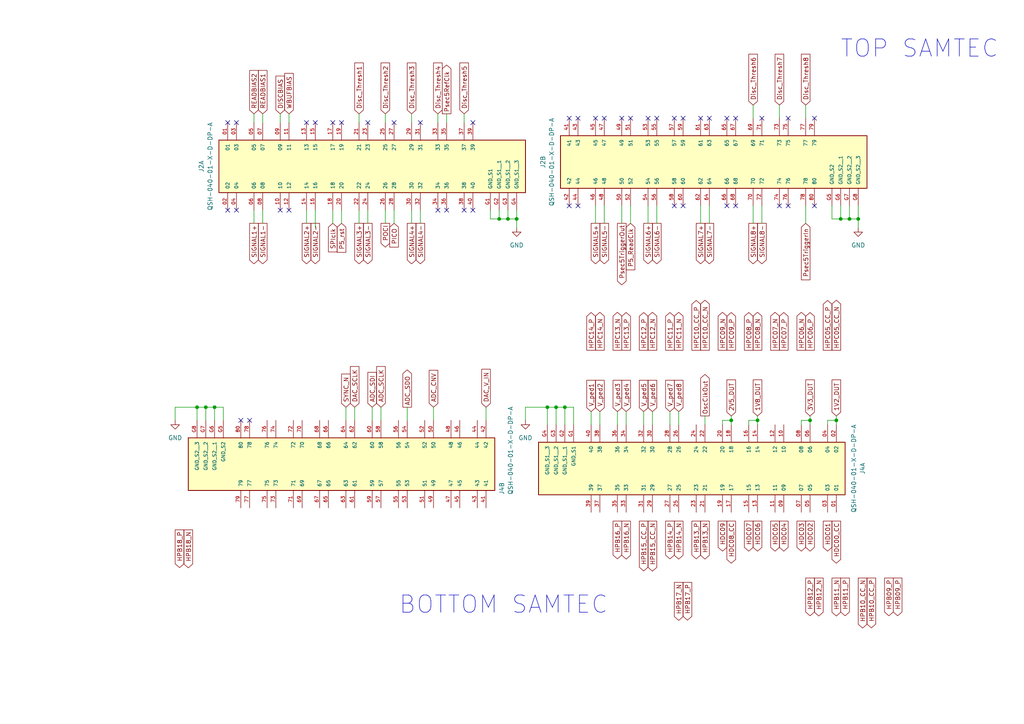
<source format=kicad_sch>
(kicad_sch (version 20231120) (generator "eeschema") (generator_version "8.0")
  (paper "A4")
  (lib_symbols
    (symbol "PSEC5_ctrlbd:QSH-040-01-X-D-DP-A" (pin_names (offset 1.016))
      (property "Reference" "J" (at -7.62 41.275 0))
      (property "Value" "QSH-040-01-X-D-DP-A" (at -11.43 -50.8 0))
      (symbol "QSH-040-01-X-D-DP-A_1_0"
        (rectangle (start -7.62 -48.26) (end 7.62 40.64) (stroke (width 0.254)) (fill (type background)))
        (pin passive line (at -12.7 38.1 0) (length 5.08) (name "01") (number "01"))
        (pin passive line (at 12.7 38.1 180) (length 5.08) (name "02") (number "02"))
        (pin passive line (at -12.7 35.56 0) (length 5.08) (name "03") (number "03"))
        (pin passive line (at 12.7 35.56 180) (length 5.08) (name "04") (number "04"))
        (pin passive line (at -12.7 30.48 0) (length 5.08) (name "05") (number "05"))
        (pin passive line (at 12.7 30.48 180) (length 5.08) (name "06") (number "06"))
        (pin passive line (at -12.7 27.94 0) (length 5.08) (name "07") (number "07"))
        (pin passive line (at 12.7 27.94 180) (length 5.08) (name "08") (number "08"))
        (pin passive line (at -12.7 22.86 0) (length 5.08) (name "09") (number "09"))
        (pin passive line (at 12.7 22.86 180) (length 5.08) (name "10") (number "10"))
        (pin passive line (at -12.7 20.32 0) (length 5.08) (name "11") (number "11"))
        (pin passive line (at 12.7 20.32 180) (length 5.08) (name "12") (number "12"))
        (pin passive line (at -12.7 15.24 0) (length 5.08) (name "13") (number "13"))
        (pin passive line (at 12.7 15.24 180) (length 5.08) (name "14") (number "14"))
        (pin passive line (at -12.7 12.7 0) (length 5.08) (name "15") (number "15"))
        (pin passive line (at 12.7 12.7 180) (length 5.08) (name "16") (number "16"))
        (pin passive line (at -12.7 7.62 0) (length 5.08) (name "17") (number "17"))
        (pin passive line (at 12.7 7.62 180) (length 5.08) (name "18") (number "18"))
        (pin passive line (at -12.7 5.08 0) (length 5.08) (name "19") (number "19"))
        (pin passive line (at 12.7 5.08 180) (length 5.08) (name "20") (number "20"))
        (pin passive line (at -12.7 0 0) (length 5.08) (name "21") (number "21"))
        (pin passive line (at 12.7 0 180) (length 5.08) (name "22") (number "22"))
        (pin passive line (at -12.7 -2.54 0) (length 5.08) (name "23") (number "23"))
        (pin passive line (at 12.7 -2.54 180) (length 5.08) (name "24") (number "24"))
        (pin passive line (at -12.7 -7.62 0) (length 5.08) (name "25") (number "25"))
        (pin passive line (at 12.7 -7.62 180) (length 5.08) (name "26") (number "26"))
        (pin passive line (at -12.7 -10.16 0) (length 5.08) (name "27") (number "27"))
        (pin passive line (at 12.7 -10.16 180) (length 5.08) (name "28") (number "28"))
        (pin passive line (at -12.7 -15.24 0) (length 5.08) (name "29") (number "29"))
        (pin passive line (at 12.7 -15.24 180) (length 5.08) (name "30") (number "30"))
        (pin passive line (at -12.7 -17.78 0) (length 5.08) (name "31") (number "31"))
        (pin passive line (at 12.7 -17.78 180) (length 5.08) (name "32") (number "32"))
        (pin passive line (at -12.7 -22.86 0) (length 5.08) (name "33") (number "33"))
        (pin passive line (at 12.7 -22.86 180) (length 5.08) (name "34") (number "34"))
        (pin passive line (at -12.7 -25.4 0) (length 5.08) (name "35") (number "35"))
        (pin passive line (at 12.7 -25.4 180) (length 5.08) (name "36") (number "36"))
        (pin passive line (at -12.7 -30.48 0) (length 5.08) (name "37") (number "37"))
        (pin passive line (at 12.7 -30.48 180) (length 5.08) (name "38") (number "38"))
        (pin passive line (at -12.7 -33.02 0) (length 5.08) (name "39") (number "39"))
        (pin passive line (at 12.7 -33.02 180) (length 5.08) (name "40") (number "40"))
        (pin power_in line (at 12.7 -38.1 180) (length 5.08) (name "GND_S1") (number "G1"))
        (pin power_in line (at 12.7 -40.64 180) (length 5.08) (name "GND_S1__1") (number "G2"))
        (pin power_in line (at 12.7 -43.18 180) (length 5.08) (name "GND_S1__2") (number "G3"))
        (pin power_in line (at 12.7 -45.72 180) (length 5.08) (name "GND_S1__3") (number "G4"))
      )
      (symbol "QSH-040-01-X-D-DP-A_2_0"
        (rectangle (start -7.62 -48.26) (end 7.62 40.64) (stroke (width 0.254)) (fill (type background)))
        (pin passive line (at -12.7 38.1 0) (length 5.08) (name "41") (number "41"))
        (pin passive line (at 12.7 38.1 180) (length 5.08) (name "42") (number "42"))
        (pin passive line (at -12.7 35.56 0) (length 5.08) (name "43") (number "43"))
        (pin passive line (at 12.7 35.56 180) (length 5.08) (name "44") (number "44"))
        (pin passive line (at -12.7 30.48 0) (length 5.08) (name "45") (number "45"))
        (pin passive line (at 12.7 30.48 180) (length 5.08) (name "46") (number "46"))
        (pin passive line (at -12.7 27.94 0) (length 5.08) (name "47") (number "47"))
        (pin passive line (at 12.7 27.94 180) (length 5.08) (name "48") (number "48"))
        (pin passive line (at -12.7 22.86 0) (length 5.08) (name "49") (number "49"))
        (pin passive line (at 12.7 22.86 180) (length 5.08) (name "50") (number "50"))
        (pin passive line (at -12.7 20.32 0) (length 5.08) (name "51") (number "51"))
        (pin passive line (at 12.7 20.32 180) (length 5.08) (name "52") (number "52"))
        (pin passive line (at -12.7 15.24 0) (length 5.08) (name "53") (number "53"))
        (pin passive line (at 12.7 15.24 180) (length 5.08) (name "54") (number "54"))
        (pin passive line (at -12.7 12.7 0) (length 5.08) (name "55") (number "55"))
        (pin passive line (at 12.7 12.7 180) (length 5.08) (name "56") (number "56"))
        (pin passive line (at -12.7 7.62 0) (length 5.08) (name "57") (number "57"))
        (pin passive line (at 12.7 7.62 180) (length 5.08) (name "58") (number "58"))
        (pin passive line (at -12.7 5.08 0) (length 5.08) (name "59") (number "59"))
        (pin passive line (at 12.7 5.08 180) (length 5.08) (name "60") (number "60"))
        (pin passive line (at -12.7 0 0) (length 5.08) (name "61") (number "61"))
        (pin passive line (at 12.7 0 180) (length 5.08) (name "62") (number "62"))
        (pin passive line (at -12.7 -2.54 0) (length 5.08) (name "63") (number "63"))
        (pin passive line (at 12.7 -2.54 180) (length 5.08) (name "64") (number "64"))
        (pin passive line (at -12.7 -7.62 0) (length 5.08) (name "65") (number "65"))
        (pin passive line (at 12.7 -7.62 180) (length 5.08) (name "66") (number "66"))
        (pin passive line (at -12.7 -10.16 0) (length 5.08) (name "67") (number "67"))
        (pin passive line (at 12.7 -10.16 180) (length 5.08) (name "68") (number "68"))
        (pin passive line (at -12.7 -15.24 0) (length 5.08) (name "69") (number "69"))
        (pin passive line (at 12.7 -15.24 180) (length 5.08) (name "70") (number "70"))
        (pin passive line (at -12.7 -17.78 0) (length 5.08) (name "71") (number "71"))
        (pin passive line (at 12.7 -17.78 180) (length 5.08) (name "72") (number "72"))
        (pin passive line (at -12.7 -22.86 0) (length 5.08) (name "73") (number "73"))
        (pin passive line (at 12.7 -22.86 180) (length 5.08) (name "74") (number "74"))
        (pin passive line (at -12.7 -25.4 0) (length 5.08) (name "75") (number "75"))
        (pin passive line (at 12.7 -25.4 180) (length 5.08) (name "76") (number "76"))
        (pin passive line (at -12.7 -30.48 0) (length 5.08) (name "77") (number "77"))
        (pin passive line (at 12.7 -30.48 180) (length 5.08) (name "78") (number "78"))
        (pin passive line (at -12.7 -33.02 0) (length 5.08) (name "79") (number "79"))
        (pin passive line (at 12.7 -33.02 180) (length 5.08) (name "80") (number "80"))
        (pin power_in line (at 12.7 -38.1 180) (length 5.08) (name "GND_S2") (number "G5"))
        (pin power_in line (at 12.7 -40.64 180) (length 5.08) (name "GND_S2__1") (number "G6"))
        (pin power_in line (at 12.7 -43.18 180) (length 5.08) (name "GND_S2__2") (number "G7"))
        (pin power_in line (at 12.7 -45.72 180) (length 5.08) (name "GND_S2__3") (number "G8"))
      )
    )
    (symbol "power:GND" (power) (pin_numbers hide) (pin_names (offset 0) hide)
      (property "Value" "GND" (at 0 -3.81 0))
      (symbol "GND_0_1"
        (polyline (pts (xy 0 0) (xy 0 -1.27) (xy 1.27 -1.27) (xy 0 -2.54) (xy -1.27 -1.27) (xy 0 -1.27)))
      )
      (symbol "GND_1_1"
        (pin power_in line (at 0 0 270) (length 0) (name "~") (number "1"))
      )
    )
  )
  (junction (at 246.38 63.5))
  (junction (at 144.78 63.5))
  (junction (at 234.95 121.92))
  (junction (at 147.32 63.5))
  (junction (at 248.92 63.5))
  (junction (at 161.29 118.11))
  (junction (at 62.23 118.11))
  (junction (at 219.71 121.92))
  (junction (at 158.75 118.11))
  (junction (at 149.86 63.5))
  (junction (at 212.09 121.92))
  (junction (at 163.83 118.11))
  (junction (at 242.57 121.92))
  (junction (at 57.15 118.11))
  (junction (at 59.69 118.11))
  (junction (at 243.84 63.5))
  (no_connect (at 106.68 35.56))
  (no_connect (at 213.36 59.69))
  (no_connect (at 203.2 34.29))
  (no_connect (at 228.6 59.69))
  (no_connect (at 96.52 35.56))
  (no_connect (at 66.04 60.96))
  (no_connect (at 205.74 34.29))
  (no_connect (at 236.22 34.29))
  (no_connect (at 165.1 34.29))
  (no_connect (at 129.54 60.96))
  (no_connect (at 137.16 60.96))
  (no_connect (at 114.3 35.56))
  (no_connect (at 210.82 59.69))
  (no_connect (at 213.36 34.29))
  (no_connect (at 220.98 34.29))
  (no_connect (at 91.44 35.56))
  (no_connect (at 190.5 34.29))
  (no_connect (at 99.06 35.56))
  (no_connect (at 226.06 59.69))
  (no_connect (at 88.9 35.56))
  (no_connect (at 175.26 34.29))
  (no_connect (at 182.88 34.29))
  (no_connect (at 72.39 121.92))
  (no_connect (at 137.16 35.56))
  (no_connect (at 68.58 60.96))
  (no_connect (at 195.58 59.69))
  (no_connect (at 134.62 60.96))
  (no_connect (at 66.04 35.56))
  (no_connect (at 187.96 34.29))
  (no_connect (at 236.22 59.69))
  (no_connect (at 210.82 34.29))
  (no_connect (at 83.82 60.96))
  (no_connect (at 81.28 60.96))
  (no_connect (at 68.58 35.56))
  (no_connect (at 180.34 34.29))
  (no_connect (at 127 60.96))
  (no_connect (at 167.64 34.29))
  (no_connect (at 198.12 34.29))
  (no_connect (at 198.12 59.69))
  (no_connect (at 121.92 35.56))
  (no_connect (at 165.1 59.69))
  (no_connect (at 69.85 121.92))
  (no_connect (at 195.58 34.29))
  (no_connect (at 228.6 34.29))
  (no_connect (at 172.72 34.29))
  (no_connect (at 167.64 59.69))
  (wire (pts (xy 62.23 118.11) (xy 62.23 121.92)))
  (wire (pts (xy 64.77 118.11) (xy 62.23 118.11)))
  (wire (pts (xy 180.34 59.69) (xy 180.34 64.77)))
  (wire (pts (xy 142.24 63.5) (xy 144.78 63.5)))
  (wire (pts (xy 171.45 119.38) (xy 171.45 123.19)))
  (wire (pts (xy 233.68 59.69) (xy 233.68 64.77)))
  (wire (pts (xy 204.47 120.65) (xy 204.47 123.19)))
  (wire (pts (xy 134.62 33.02) (xy 134.62 35.56)))
  (wire (pts (xy 59.69 118.11) (xy 59.69 121.92)))
  (wire (pts (xy 104.14 60.96) (xy 104.14 64.77)))
  (wire (pts (xy 73.66 33.02) (xy 73.66 35.56)))
  (wire (pts (xy 73.66 60.96) (xy 73.66 64.77)))
  (wire (pts (xy 64.77 121.92) (xy 64.77 118.11)))
  (wire (pts (xy 234.95 120.65) (xy 234.95 121.92)))
  (wire (pts (xy 220.98 59.69) (xy 220.98 64.77)))
  (wire (pts (xy 241.3 63.5) (xy 243.84 63.5)))
  (wire (pts (xy 91.44 60.96) (xy 91.44 66.04)))
  (wire (pts (xy 81.28 33.02) (xy 81.28 35.56)))
  (wire (pts (xy 152.4 118.11) (xy 152.4 121.92)))
  (wire (pts (xy 173.99 119.38) (xy 173.99 123.19)))
  (wire (pts (xy 158.75 118.11) (xy 158.75 123.19)))
  (wire (pts (xy 190.5 59.69) (xy 190.5 64.77)))
  (wire (pts (xy 196.85 119.38) (xy 196.85 123.19)))
  (wire (pts (xy 205.74 59.69) (xy 205.74 64.77)))
  (wire (pts (xy 107.95 118.11) (xy 107.95 121.92)))
  (wire (pts (xy 203.2 59.69) (xy 203.2 64.77)))
  (wire (pts (xy 149.86 63.5) (xy 149.86 60.96)))
  (wire (pts (xy 110.49 118.11) (xy 110.49 121.92)))
  (wire (pts (xy 246.38 63.5) (xy 248.92 63.5)))
  (wire (pts (xy 189.23 119.38) (xy 189.23 123.19)))
  (wire (pts (xy 226.06 30.48) (xy 226.06 34.29)))
  (wire (pts (xy 246.38 59.69) (xy 246.38 63.5)))
  (wire (pts (xy 129.54 33.02) (xy 129.54 35.56)))
  (wire (pts (xy 144.78 63.5) (xy 147.32 63.5)))
  (wire (pts (xy 76.2 60.96) (xy 76.2 64.77)))
  (wire (pts (xy 57.15 118.11) (xy 50.8 118.11)))
  (wire (pts (xy 212.09 121.92) (xy 209.55 121.92)))
  (wire (pts (xy 125.73 118.11) (xy 125.73 121.92)))
  (wire (pts (xy 212.09 121.92) (xy 212.09 123.19)))
  (wire (pts (xy 119.38 60.96) (xy 119.38 64.77)))
  (wire (pts (xy 194.31 119.38) (xy 194.31 123.19)))
  (wire (pts (xy 149.86 63.5) (xy 149.86 66.04)))
  (wire (pts (xy 243.84 63.5) (xy 246.38 63.5)))
  (wire (pts (xy 219.71 121.92) (xy 217.17 121.92)))
  (wire (pts (xy 217.17 121.92) (xy 217.17 123.19)))
  (wire (pts (xy 175.26 59.69) (xy 175.26 64.77)))
  (wire (pts (xy 106.68 60.96) (xy 106.68 64.77)))
  (wire (pts (xy 166.37 123.19) (xy 166.37 118.11)))
  (wire (pts (xy 241.3 59.69) (xy 241.3 63.5)))
  (wire (pts (xy 181.61 119.38) (xy 181.61 123.19)))
  (wire (pts (xy 118.11 118.11) (xy 118.11 121.92)))
  (wire (pts (xy 218.44 30.48) (xy 218.44 34.29)))
  (wire (pts (xy 158.75 118.11) (xy 152.4 118.11)))
  (wire (pts (xy 88.9 60.96) (xy 88.9 64.77)))
  (wire (pts (xy 209.55 121.92) (xy 209.55 123.19)))
  (wire (pts (xy 57.15 118.11) (xy 57.15 121.92)))
  (wire (pts (xy 248.92 59.69) (xy 248.92 63.5)))
  (wire (pts (xy 161.29 118.11) (xy 161.29 123.19)))
  (wire (pts (xy 243.84 59.69) (xy 243.84 63.5)))
  (wire (pts (xy 62.23 118.11) (xy 59.69 118.11)))
  (wire (pts (xy 242.57 121.92) (xy 240.03 121.92)))
  (wire (pts (xy 234.95 121.92) (xy 232.41 121.92)))
  (wire (pts (xy 104.14 33.02) (xy 104.14 35.56)))
  (wire (pts (xy 83.82 33.02) (xy 83.82 35.56)))
  (wire (pts (xy 212.09 120.65) (xy 212.09 121.92)))
  (wire (pts (xy 100.33 118.11) (xy 100.33 121.92)))
  (wire (pts (xy 163.83 118.11) (xy 163.83 123.19)))
  (wire (pts (xy 147.32 60.96) (xy 147.32 63.5)))
  (wire (pts (xy 186.69 119.38) (xy 186.69 123.19)))
  (wire (pts (xy 219.71 120.65) (xy 219.71 121.92)))
  (wire (pts (xy 161.29 118.11) (xy 158.75 118.11)))
  (wire (pts (xy 144.78 60.96) (xy 144.78 63.5)))
  (wire (pts (xy 182.88 59.69) (xy 182.88 64.77)))
  (wire (pts (xy 187.96 59.69) (xy 187.96 64.77)))
  (wire (pts (xy 96.52 60.96) (xy 96.52 64.77)))
  (wire (pts (xy 59.69 118.11) (xy 57.15 118.11)))
  (wire (pts (xy 119.38 33.02) (xy 119.38 35.56)))
  (wire (pts (xy 179.07 119.38) (xy 179.07 123.19)))
  (wire (pts (xy 142.24 60.96) (xy 142.24 63.5)))
  (wire (pts (xy 127 33.02) (xy 127 35.56)))
  (wire (pts (xy 111.76 60.96) (xy 111.76 64.77)))
  (wire (pts (xy 218.44 59.69) (xy 218.44 64.77)))
  (wire (pts (xy 232.41 121.92) (xy 232.41 123.19)))
  (wire (pts (xy 172.72 59.69) (xy 172.72 64.77)))
  (wire (pts (xy 140.97 118.11) (xy 140.97 121.92)))
  (wire (pts (xy 166.37 118.11) (xy 163.83 118.11)))
  (wire (pts (xy 242.57 120.65) (xy 242.57 121.92)))
  (wire (pts (xy 219.71 121.92) (xy 219.71 123.19)))
  (wire (pts (xy 121.92 60.96) (xy 121.92 64.77)))
  (wire (pts (xy 99.06 60.96) (xy 99.06 64.77)))
  (wire (pts (xy 242.57 121.92) (xy 242.57 123.19)))
  (wire (pts (xy 76.2 33.02) (xy 76.2 35.56)))
  (wire (pts (xy 102.87 118.11) (xy 102.87 121.92)))
  (wire (pts (xy 111.76 33.02) (xy 111.76 35.56)))
  (wire (pts (xy 248.92 63.5) (xy 248.92 66.04)))
  (wire (pts (xy 147.32 63.5) (xy 149.86 63.5)))
  (wire (pts (xy 114.3 60.96) (xy 114.3 64.77)))
  (wire (pts (xy 50.8 118.11) (xy 50.8 121.92)))
  (wire (pts (xy 233.68 30.48) (xy 233.68 34.29)))
  (wire (pts (xy 234.95 121.92) (xy 234.95 123.19)))
  (wire (pts (xy 163.83 118.11) (xy 161.29 118.11)))
  (wire (pts (xy 240.03 121.92) (xy 240.03 123.19)))
  (text "BOTTOM SAMTEC\n" (at 146.05 175.514 0) (effects (font (size 5 5))))
  (text "TOP SAMTEC" (at 266.7 14.224 0) (effects (font (size 5 5))))
  (global_label "Psec5TriggerIn" (shape input) (at 233.68 64.77 270) (property "Intersheetrefs" "${INTERSHEET_REFS}" (effects (hide yes))))
  (global_label "HPC10_CC_N" (shape output) (at 204.47 101.6 90) (property "Intersheetrefs" "${INTERSHEET_REFS}" (effects (hide yes))))
  (global_label "1V8_DUT" (shape input) (at 219.71 120.65 90) (property "Intersheetrefs" "${INTERSHEET_REFS}" (effects (hide yes))))
  (global_label "3V3_DUT" (shape input) (at 234.95 120.65 90) (property "Intersheetrefs" "${INTERSHEET_REFS}" (effects (hide yes))))
  (global_label "HPB17_P" (shape output) (at 199.39 168.91 270) (property "Intersheetrefs" "${INTERSHEET_REFS}" (effects (hide yes))))
  (global_label "SIGNAL4+" (shape output) (at 119.38 64.77 270) (property "Intersheetrefs" "${INTERSHEET_REFS}" (effects (hide yes))))
  (global_label "POCI" (shape output) (at 111.76 64.77 270) (property "Intersheetrefs" "${INTERSHEET_REFS}" (effects (hide yes))))
  (global_label "HPC12_P" (shape output) (at 186.69 101.6 90) (property "Intersheetrefs" "${INTERSHEET_REFS}" (effects (hide yes))))
  (global_label "HDC08_CC" (shape output) (at 212.09 151.13 270) (property "Intersheetrefs" "${INTERSHEET_REFS}" (effects (hide yes))))
  (global_label "HPB18_P" (shape output) (at 52.07 153.67 270) (property "Intersheetrefs" "${INTERSHEET_REFS}" (effects (hide yes))))
  (global_label "HPB09_P" (shape output) (at 257.81 167.64 270) (property "Intersheetrefs" "${INTERSHEET_REFS}" (effects (hide yes))))
  (global_label "V_ped6" (shape input) (at 189.23 119.38 90) (property "Intersheetrefs" "${INTERSHEET_REFS}" (effects (hide yes))))
  (global_label "HPB15_CC_N" (shape output) (at 189.23 151.13 270) (property "Intersheetrefs" "${INTERSHEET_REFS}" (effects (hide yes))))
  (global_label "SIGNAL1+" (shape output) (at 73.66 64.77 270) (property "Intersheetrefs" "${INTERSHEET_REFS}" (effects (hide yes))))
  (global_label "ADC_SDI" (shape input) (at 107.95 118.11 90) (property "Intersheetrefs" "${INTERSHEET_REFS}" (effects (hide yes))))
  (global_label "HDC06" (shape output) (at 219.71 151.13 270) (property "Intersheetrefs" "${INTERSHEET_REFS}" (effects (hide yes))))
  (global_label "HPB11_P" (shape output) (at 245.11 167.64 270) (property "Intersheetrefs" "${INTERSHEET_REFS}" (effects (hide yes))))
  (global_label "WBUFBIAS" (shape input) (at 83.82 33.02 90) (property "Intersheetrefs" "${INTERSHEET_REFS}" (effects (hide yes))))
  (global_label "SIGNAL4-" (shape output) (at 121.92 64.77 270) (property "Intersheetrefs" "${INTERSHEET_REFS}" (effects (hide yes))))
  (global_label "DISCBIAS" (shape input) (at 81.28 33.02 90) (property "Intersheetrefs" "${INTERSHEET_REFS}" (effects (hide yes))))
  (global_label "HPC07_N" (shape output) (at 224.79 101.6 90) (property "Intersheetrefs" "${INTERSHEET_REFS}" (effects (hide yes))))
  (global_label "READBIAS2" (shape input) (at 73.66 33.02 90) (property "Intersheetrefs" "${INTERSHEET_REFS}" (effects (hide yes))))
  (global_label "V_ped8" (shape input) (at 196.85 119.38 90) (property "Intersheetrefs" "${INTERSHEET_REFS}" (effects (hide yes))))
  (global_label "SIGNAL2+" (shape output) (at 88.9 64.77 270) (property "Intersheetrefs" "${INTERSHEET_REFS}" (effects (hide yes))))
  (global_label "HDC02" (shape output) (at 234.95 151.13 270) (property "Intersheetrefs" "${INTERSHEET_REFS}" (effects (hide yes))))
  (global_label "SIGNAL2-" (shape output) (at 91.44 64.77 270) (property "Intersheetrefs" "${INTERSHEET_REFS}" (effects (hide yes))))
  (global_label "HPC10_CC_P" (shape output) (at 201.93 101.6 90) (property "Intersheetrefs" "${INTERSHEET_REFS}" (effects (hide yes))))
  (global_label "SIGNAL3+" (shape output) (at 104.14 64.77 270) (property "Intersheetrefs" "${INTERSHEET_REFS}" (effects (hide yes))))
  (global_label "V_ped3" (shape input) (at 179.07 119.38 90) (property "Intersheetrefs" "${INTERSHEET_REFS}" (effects (hide yes))))
  (global_label "HPB13_P" (shape output) (at 201.93 151.13 270) (property "Intersheetrefs" "${INTERSHEET_REFS}" (effects (hide yes))))
  (global_label "HPB10_CC_P" (shape output) (at 252.73 167.64 270) (property "Intersheetrefs" "${INTERSHEET_REFS}" (effects (hide yes))))
  (global_label "1V2_DUT" (shape input) (at 242.57 120.65 90) (property "Intersheetrefs" "${INTERSHEET_REFS}" (effects (hide yes))))
  (global_label "HPC08_P" (shape output) (at 217.17 101.6 90) (property "Intersheetrefs" "${INTERSHEET_REFS}" (effects (hide yes))))
  (global_label "HPC12_N" (shape output) (at 189.23 101.6 90) (property "Intersheetrefs" "${INTERSHEET_REFS}" (effects (hide yes))))
  (global_label "HPC11_P" (shape output) (at 194.31 101.6 90) (property "Intersheetrefs" "${INTERSHEET_REFS}" (effects (hide yes))))
  (global_label "2V5_DUT" (shape input) (at 212.09 120.65 90) (property "Intersheetrefs" "${INTERSHEET_REFS}" (effects (hide yes))))
  (global_label "HPB14_N" (shape output) (at 196.85 151.13 270) (property "Intersheetrefs" "${INTERSHEET_REFS}" (effects (hide yes))))
  (global_label "Disc_Thresh2" (shape input) (at 111.76 33.02 90) (property "Intersheetrefs" "${INTERSHEET_REFS}" (effects (hide yes))))
  (global_label "READBIAS1" (shape input) (at 76.2 33.02 90) (property "Intersheetrefs" "${INTERSHEET_REFS}" (effects (hide yes))))
  (global_label "HPC08_N" (shape output) (at 219.71 101.6 90) (property "Intersheetrefs" "${INTERSHEET_REFS}" (effects (hide yes))))
  (global_label "HDC00_CC" (shape output) (at 242.57 151.13 270) (property "Intersheetrefs" "${INTERSHEET_REFS}" (effects (hide yes))))
  (global_label "HPB16_P" (shape output) (at 179.07 151.13 270) (property "Intersheetrefs" "${INTERSHEET_REFS}" (effects (hide yes))))
  (global_label "HPB13_N" (shape output) (at 204.47 151.13 270) (property "Intersheetrefs" "${INTERSHEET_REFS}" (effects (hide yes))))
  (global_label "Disc_Thresh7" (shape input) (at 226.06 30.48 90) (property "Intersheetrefs" "${INTERSHEET_REFS}" (effects (hide yes))))
  (global_label "SIGNAL3-" (shape output) (at 106.68 64.77 270) (property "Intersheetrefs" "${INTERSHEET_REFS}" (effects (hide yes))))
  (global_label "V_ped1" (shape input) (at 171.45 119.38 90) (property "Intersheetrefs" "${INTERSHEET_REFS}" (effects (hide yes))))
  (global_label "HPB09_P" (shape output) (at 260.35 167.64 270) (property "Intersheetrefs" "${INTERSHEET_REFS}" (effects (hide yes))))
  (global_label "SIGNAL6-" (shape output) (at 190.5 64.77 270) (property "Intersheetrefs" "${INTERSHEET_REFS}" (effects (hide yes))))
  (global_label "HPB11_N" (shape output) (at 242.57 167.64 270) (property "Intersheetrefs" "${INTERSHEET_REFS}" (effects (hide yes))))
  (global_label "HDC07" (shape output) (at 217.17 151.13 270) (property "Intersheetrefs" "${INTERSHEET_REFS}" (effects (hide yes))))
  (global_label "P5_rst" (shape input) (at 99.06 64.77 270) (property "Intersheetrefs" "${INTERSHEET_REFS}" (effects (hide yes))))
  (global_label "V_ped4" (shape input) (at 181.61 119.38 90) (property "Intersheetrefs" "${INTERSHEET_REFS}" (effects (hide yes))))
  (global_label "HPC07_P" (shape output) (at 227.33 101.6 90) (property "Intersheetrefs" "${INTERSHEET_REFS}" (effects (hide yes))))
  (global_label "Disc_Thresh6" (shape input) (at 218.44 30.48 90) (property "Intersheetrefs" "${INTERSHEET_REFS}" (effects (hide yes))))
  (global_label "V_ped2" (shape input) (at 173.99 119.38 90) (property "Intersheetrefs" "${INTERSHEET_REFS}" (effects (hide yes))))
  (global_label "SPIclk" (shape input) (at 96.52 64.77 270) (property "Intersheetrefs" "${INTERSHEET_REFS}" (effects (hide yes))))
  (global_label "HPB12_N" (shape output) (at 237.49 167.64 270) (property "Intersheetrefs" "${INTERSHEET_REFS}" (effects (hide yes))))
  (global_label "SIGNAL7+" (shape output) (at 203.2 64.77 270) (property "Intersheetrefs" "${INTERSHEET_REFS}" (effects (hide yes))))
  (global_label "HPC05_CC_N" (shape output) (at 242.57 101.6 90) (property "Intersheetrefs" "${INTERSHEET_REFS}" (effects (hide yes))))
  (global_label "HDC03" (shape output) (at 232.41 151.13 270) (property "Intersheetrefs" "${INTERSHEET_REFS}" (effects (hide yes))))
  (global_label "SIGNAL5-" (shape output) (at 175.26 64.77 270) (property "Intersheetrefs" "${INTERSHEET_REFS}" (effects (hide yes))))
  (global_label "HPC13_N" (shape output) (at 179.07 101.6 90) (property "Intersheetrefs" "${INTERSHEET_REFS}" (effects (hide yes))))
  (global_label "Psec5RefClk" (shape output) (at 129.54 33.02 90) (property "Intersheetrefs" "${INTERSHEET_REFS}" (effects (hide yes))))
  (global_label "Disc_Thresh8" (shape input) (at 233.68 30.48 90) (property "Intersheetrefs" "${INTERSHEET_REFS}" (effects (hide yes))))
  (global_label "HDC05" (shape output) (at 224.79 151.13 270) (property "Intersheetrefs" "${INTERSHEET_REFS}" (effects (hide yes))))
  (global_label "ADC_SCLK" (shape input) (at 110.49 118.11 90) (property "Intersheetrefs" "${INTERSHEET_REFS}" (effects (hide yes))))
  (global_label "HPB18_N" (shape output) (at 54.61 153.67 270) (property "Intersheetrefs" "${INTERSHEET_REFS}" (effects (hide yes))))
  (global_label "ADC_CNV" (shape input) (at 125.73 118.11 90) (property "Intersheetrefs" "${INTERSHEET_REFS}" (effects (hide yes))))
  (global_label "HPB16_N" (shape output) (at 181.61 151.13 270) (property "Intersheetrefs" "${INTERSHEET_REFS}" (effects (hide yes))))
  (global_label "HDC09" (shape output) (at 209.55 151.13 270) (property "Intersheetrefs" "${INTERSHEET_REFS}" (effects (hide yes))))
  (global_label "HDC04" (shape output) (at 227.33 151.13 270) (property "Intersheetrefs" "${INTERSHEET_REFS}" (effects (hide yes))))
  (global_label "HPC06_P" (shape output) (at 234.95 101.6 90) (property "Intersheetrefs" "${INTERSHEET_REFS}" (effects (hide yes))))
  (global_label "Disc_Thresh3" (shape input) (at 119.38 33.02 90) (property "Intersheetrefs" "${INTERSHEET_REFS}" (effects (hide yes))))
  (global_label "HPB14_P" (shape output) (at 194.31 151.13 270) (property "Intersheetrefs" "${INTERSHEET_REFS}" (effects (hide yes))))
  (global_label "P5_ReadClk" (shape input) (at 182.88 64.77 270) (property "Intersheetrefs" "${INTERSHEET_REFS}" (effects (hide yes))))
  (global_label "SIGNAL7-" (shape output) (at 205.74 64.77 270) (property "Intersheetrefs" "${INTERSHEET_REFS}" (effects (hide yes))))
  (global_label "SIGNAL8+" (shape output) (at 218.44 64.77 270) (property "Intersheetrefs" "${INTERSHEET_REFS}" (effects (hide yes))))
  (global_label "HPC14_P" (shape output) (at 171.45 101.6 90) (property "Intersheetrefs" "${INTERSHEET_REFS}" (effects (hide yes))))
  (global_label "Disc_Thresh4" (shape input) (at 127 33.02 90) (property "Intersheetrefs" "${INTERSHEET_REFS}" (effects (hide yes))))
  (global_label "OscClkOut" (shape output) (at 204.47 120.65 90) (property "Intersheetrefs" "${INTERSHEET_REFS}" (effects (hide yes))))
  (global_label "Psec5TriggerOut" (shape output) (at 180.34 64.77 270) (property "Intersheetrefs" "${INTERSHEET_REFS}" (effects (hide yes))))
  (global_label "DAC_SCLK" (shape input) (at 102.87 118.11 90) (property "Intersheetrefs" "${INTERSHEET_REFS}" (effects (hide yes))))
  (global_label "SYNC_N" (shape input) (at 100.33 118.11 90) (property "Intersheetrefs" "${INTERSHEET_REFS}" (effects (hide yes))))
  (global_label "V_ped7" (shape input) (at 194.31 119.38 90) (property "Intersheetrefs" "${INTERSHEET_REFS}" (effects (hide yes))))
  (global_label "SIGNAL8-" (shape output) (at 220.98 64.77 270) (property "Intersheetrefs" "${INTERSHEET_REFS}" (effects (hide yes))))
  (global_label "HPC09_P" (shape output) (at 212.09 101.6 90) (property "Intersheetrefs" "${INTERSHEET_REFS}" (effects (hide yes))))
  (global_label "SIGNAL5+" (shape output) (at 172.72 64.77 270) (property "Intersheetrefs" "${INTERSHEET_REFS}" (effects (hide yes))))
  (global_label "DAC_V_IN" (shape input) (at 140.97 118.11 90) (property "Intersheetrefs" "${INTERSHEET_REFS}" (effects (hide yes))))
  (global_label "HPB15_CC_P" (shape output) (at 186.69 151.13 270) (property "Intersheetrefs" "${INTERSHEET_REFS}" (effects (hide yes))))
  (global_label "HPC13_P" (shape output) (at 181.61 101.6 90) (property "Intersheetrefs" "${INTERSHEET_REFS}" (effects (hide yes))))
  (global_label "HPC11_N" (shape output) (at 196.85 101.6 90) (property "Intersheetrefs" "${INTERSHEET_REFS}" (effects (hide yes))))
  (global_label "HPC05_CC_P" (shape output) (at 240.03 101.6 90) (property "Intersheetrefs" "${INTERSHEET_REFS}" (effects (hide yes))))
  (global_label "HDC01" (shape output) (at 240.03 151.13 270) (property "Intersheetrefs" "${INTERSHEET_REFS}" (effects (hide yes))))
  (global_label "HPB17_N" (shape output) (at 196.85 168.91 270) (property "Intersheetrefs" "${INTERSHEET_REFS}" (effects (hide yes))))
  (global_label "Disc_Thresh1" (shape input) (at 104.14 33.02 90) (property "Intersheetrefs" "${INTERSHEET_REFS}" (effects (hide yes))))
  (global_label "HPB10_CC_N" (shape output) (at 250.19 167.64 270) (property "Intersheetrefs" "${INTERSHEET_REFS}" (effects (hide yes))))
  (global_label "HPC09_N" (shape output) (at 209.55 101.6 90) (property "Intersheetrefs" "${INTERSHEET_REFS}" (effects (hide yes))))
  (global_label "HPC14_N" (shape output) (at 173.99 101.6 90) (property "Intersheetrefs" "${INTERSHEET_REFS}" (effects (hide yes))))
  (global_label "ADC_SDO" (shape output) (at 118.11 118.11 90) (property "Intersheetrefs" "${INTERSHEET_REFS}" (effects (hide yes))))
  (global_label "SIGNAL6+" (shape output) (at 187.96 64.77 270) (property "Intersheetrefs" "${INTERSHEET_REFS}" (effects (hide yes))))
  (global_label "HPB12_P" (shape output) (at 234.95 167.64 270) (property "Intersheetrefs" "${INTERSHEET_REFS}" (effects (hide yes))))
  (global_label "V_ped5" (shape input) (at 186.69 119.38 90) (property "Intersheetrefs" "${INTERSHEET_REFS}" (effects (hide yes))))
  (global_label "SIGNAL1-" (shape output) (at 76.2 64.77 270) (property "Intersheetrefs" "${INTERSHEET_REFS}" (effects (hide yes))))
  (global_label "Disc_Thresh5" (shape input) (at 134.62 33.02 90) (property "Intersheetrefs" "${INTERSHEET_REFS}" (effects (hide yes))))
  (global_label "HPC06_N" (shape output) (at 232.41 101.6 90) (property "Intersheetrefs" "${INTERSHEET_REFS}" (effects (hide yes))))
  (global_label "PICO" (shape input) (at 114.3 64.77 270) (property "Intersheetrefs" "${INTERSHEET_REFS}" (effects (hide yes))))
  (symbol (lib_id "PSEC5_ctrlbd:QSH-040-01-X-D-DP-A") (at 104.14 48.26 90) (mirror x) (unit 1)
    (property "Reference" "J2" (at 58.42 48.26 0))
    (property "Value" "QSH-040-01-X-D-DP-A" (at 60.96 48.26 0))
    (property "Footprint" "QSH-040-01-L-D-DP-A:SAMTEC_QSH-040-01-X-D-DP-A" (effects (hide yes)))
    (property "PARTREV" "M" (effects (hide yes)))
    (property "STANDARD" "Manufacturer Recommendations" (effects (hide yes)))
    (property "MAXIMUM_PACKAGE_HEIGHT" "3.327mm" (effects (hide yes)))
    (property "MANUFACTURER" "Samtec" (effects (hide yes)))
  )
  (symbol (lib_id "power:GND") (at 152.4 121.92 0) (unit 1)
    (property "Reference" "#PWR03" (effects (hide yes)))
    (property "Value" "GND" (at 152.4 127 0))
    (property "Description" "Power symbol creates a global label with name \"GND\" , ground" (effects (hide yes)))
  )
  (symbol (lib_id "power:GND") (at 50.8 121.92 0) (unit 1)
    (property "Reference" "#PWR02" (effects (hide yes)))
    (property "Value" "GND" (at 50.8 127 0))
    (property "Description" "Power symbol creates a global label with name \"GND\" , ground" (effects (hide yes)))
  )
  (symbol (lib_id "power:GND") (at 248.92 66.04 0) (unit 1)
    (property "Reference" "#PWR017" (effects (hide yes)))
    (property "Value" "GND" (at 248.92 71.12 0))
    (property "Description" "Power symbol creates a global label with name \"GND\" , ground" (effects (hide yes)))
  )
  (symbol (lib_id "PSEC5_ctrlbd:QSH-040-01-X-D-DP-A") (at 203.2 46.99 90) (mirror x) (unit 2)
    (property "Reference" "J2" (at 157.48 46.99 0))
    (property "Value" "QSH-040-01-X-D-DP-A" (at 160.02 46.99 0))
    (property "Footprint" "QSH-040-01-L-D-DP-A:SAMTEC_QSH-040-01-X-D-DP-A" (effects (hide yes)))
    (property "PARTREV" "M" (effects (hide yes)))
    (property "STANDARD" "Manufacturer Recommendations" (effects (hide yes)))
    (property "MAXIMUM_PACKAGE_HEIGHT" "3.327mm" (effects (hide yes)))
    (property "MANUFACTURER" "Samtec" (effects (hide yes)))
  )
  (symbol (lib_id "power:GND") (at 149.86 66.04 0) (unit 1)
    (property "Reference" "#PWR09" (effects (hide yes)))
    (property "Value" "GND" (at 149.86 71.12 0))
    (property "Description" "Power symbol creates a global label with name \"GND\" , ground" (effects (hide yes)))
  )
  (symbol (lib_id "PSEC5_ctrlbd:QSH-040-01-X-D-DP-A") (at 102.87 134.62 270) (mirror x) (unit 2)
    (property "Reference" "J4" (at 145.542 143.51 0) (effects (justify left)))
    (property "Value" "QSH-040-01-X-D-DP-A" (at 148.082 143.51 0) (effects (justify left)))
    (property "Footprint" "QSH-040-01-L-D-DP-A:SAMTEC_QSH-040-01-X-D-DP-A" (effects (hide yes)))
    (property "PARTREV" "M" (effects (hide yes)))
    (property "STANDARD" "Manufacturer Recommendations" (effects (hide yes)))
    (property "MAXIMUM_PACKAGE_HEIGHT" "3.327mm" (effects (hide yes)))
    (property "MANUFACTURER" "Samtec" (effects (hide yes)))
  )
  (symbol (lib_id "PSEC5_ctrlbd:QSH-040-01-X-D-DP-A") (at 204.47 135.89 270) (mirror x) (unit 1)
    (property "Reference" "J4" (at 250.19 135.89 0))
    (property "Value" "QSH-040-01-X-D-DP-A" (at 247.65 135.89 0))
    (property "Footprint" "QSH-040-01-L-D-DP-A:SAMTEC_QSH-040-01-X-D-DP-A" (effects (hide yes)))
    (property "PARTREV" "M" (effects (hide yes)))
    (property "STANDARD" "Manufacturer Recommendations" (effects (hide yes)))
    (property "MAXIMUM_PACKAGE_HEIGHT" "3.327mm" (effects (hide yes)))
    (property "MANUFACTURER" "Samtec" (effects (hide yes)))
  )
)
</source>
